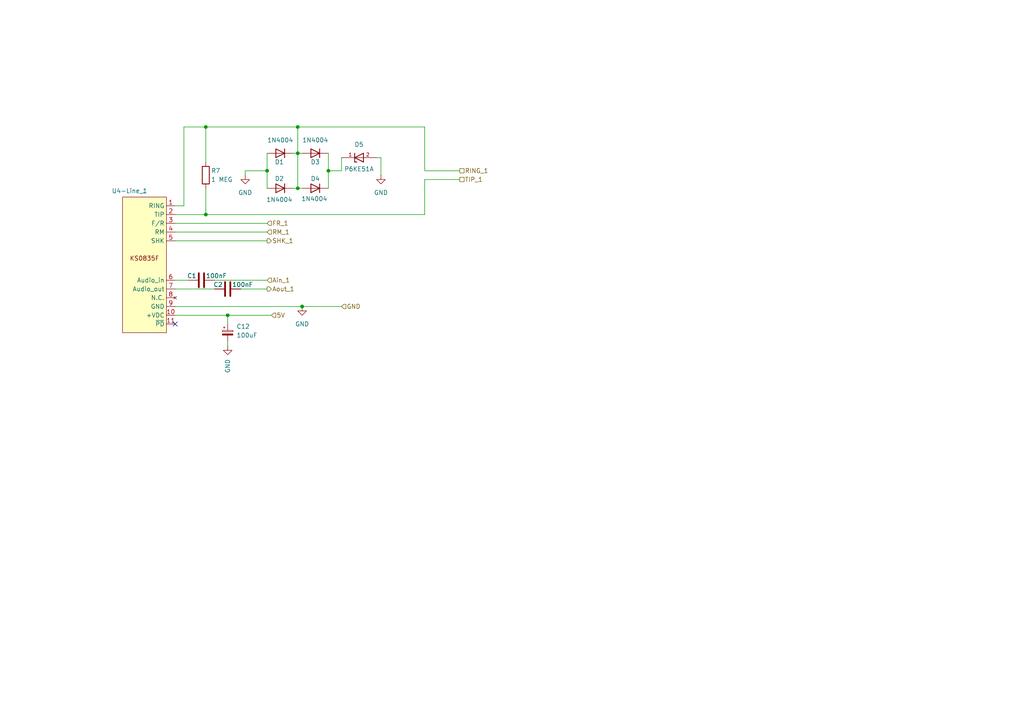
<source format=kicad_sch>
(kicad_sch (version 20231120) (generator "eeschema") (generator_version "8.0")
  (paper "A4")
  (lib_symbols
    (symbol "Device:C" (pin_numbers hide) (pin_names (offset 0.254))
      (property "Reference" "C" (at 0.635 2.54 0))
      (property "Value" "C" (at 0.635 -2.54 0))
      (symbol "C_0_1"
        (polyline (pts (xy -2.032 -0.762) (xy 2.032 -0.762)) (stroke (width 0.508)))
        (polyline (pts (xy -2.032 0.762) (xy 2.032 0.762)) (stroke (width 0.508)))
      )
      (symbol "C_1_1"
        (pin passive line (at 0 3.81 270) (length 2.794) (name "~") (number "1"))
        (pin passive line (at 0 -3.81 90) (length 2.794) (name "~") (number "2"))
      )
    )
    (symbol "Device:C_Polarized_Small" (pin_numbers hide) (pin_names (offset 0.254) hide)
      (property "Reference" "C" (at 0.254 1.778 0))
      (property "Value" "C_Polarized_Small" (at 0.254 -2.032 0))
      (symbol "C_Polarized_Small_0_1"
        (rectangle (start -1.524 -0.3048) (end 1.524 -0.6858) (fill (type outline)))
        (rectangle (start -1.524 0.6858) (end 1.524 0.3048))
        (polyline (pts (xy -1.27 1.524) (xy -0.762 1.524)))
        (polyline (pts (xy -1.016 1.27) (xy -1.016 1.778)))
      )
      (symbol "C_Polarized_Small_1_1"
        (pin passive line (at 0 2.54 270) (length 1.8542) (name "~") (number "1"))
        (pin passive line (at 0 -2.54 90) (length 1.8542) (name "~") (number "2"))
      )
    )
    (symbol "Device:R" (pin_numbers hide) (pin_names (offset 0))
      (property "Reference" "R" (at 2.032 0 90))
      (property "Value" "R" (at 0 0 90))
      (symbol "R_0_1"
        (rectangle (start -1.016 -2.54) (end 1.016 2.54) (stroke (width 0.254)))
      )
      (symbol "R_1_1"
        (pin passive line (at 0 3.81 270) (length 1.27) (name "~") (number "1"))
        (pin passive line (at 0 -3.81 90) (length 1.27) (name "~") (number "2"))
      )
    )
    (symbol "Diode:1N4004" (pin_numbers hide) (pin_names hide)
      (property "Reference" "D" (at 0 2.54 0))
      (property "Value" "1N4004" (at 0 -2.54 0))
      (symbol "1N4004_0_1"
        (polyline (pts (xy -1.27 1.27) (xy -1.27 -1.27)) (stroke (width 0.254)))
        (polyline (pts (xy 1.27 0) (xy -1.27 0)))
        (polyline (pts (xy 1.27 1.27) (xy 1.27 -1.27) (xy -1.27 0) (xy 1.27 1.27)) (stroke (width 0.254)))
      )
      (symbol "1N4004_1_1"
        (pin passive line (at -3.81 0 0) (length 2.54) (name "K") (number "1"))
        (pin passive line (at 3.81 0 180) (length 2.54) (name "A") (number "2"))
      )
    )
    (symbol "JW_library_sym:KS0835F"
      (property "Reference" "U" (at 10.16 11.43 0))
      (symbol "KS0835F_1_1"
        (rectangle (start -1.27 10.16) (end 11.43 -29.21) (fill (type background)))
        (text "KS0835F" (at 5.08 -7.62 0) (effects (font (size 1.27 1.27))))
        (pin passive line (at 13.97 7.62 180) (length 2.54) (name "RING") (number "1"))
        (pin power_in line (at 13.97 -24.13 180) (length 2.54) (name "+VDC") (number "10"))
        (pin input line (at 13.97 -26.67 180) (length 2.54) (name "~{PD}") (number "11"))
        (pin passive line (at 13.97 5.08 180) (length 2.54) (name "TIP") (number "2"))
        (pin input line (at 13.97 2.54 180) (length 2.54) (name "F/R") (number "3"))
        (pin input line (at 13.97 0 180) (length 2.54) (name "RM") (number "4"))
        (pin output line (at 13.97 -2.54 180) (length 2.54) (name "SHK") (number "5"))
        (pin input line (at 13.97 -13.97 180) (length 2.54) (name "Audio_in") (number "6"))
        (pin output line (at 13.97 -16.51 180) (length 2.54) (name "Audio_out") (number "7"))
        (pin no_connect line (at 13.97 -19.05 180) (length 2.54) (name "N.C.") (number "8"))
        (pin power_in line (at 13.97 -21.59 180) (length 2.54) (name "GND") (number "9"))
      )
    )
    (symbol "JW_library_sym:P6KE51A" (pin_names (offset 1.016))
      (property "Reference" "D" (at -5.0835 2.4159 0))
      (property "Value" "P6KE51A" (at -5.0854 -4.9611 0))
      (symbol "P6KE51A_0_0"
        (polyline (pts (xy -1.27 -1.27) (xy -1.27 0)) (stroke (width 0.254)))
        (polyline (pts (xy -1.27 0) (xy -1.27 1.27)) (stroke (width 0.254)))
        (polyline (pts (xy -1.27 0) (xy 1.27 -1.27)) (stroke (width 0.254)))
        (polyline (pts (xy -0.635 -1.27) (xy -1.27 -1.27)) (stroke (width 0.254)))
        (polyline (pts (xy 1.27 -1.27) (xy 1.27 1.27)) (stroke (width 0.254)))
        (polyline (pts (xy 1.27 1.27) (xy -1.27 0)) (stroke (width 0.254)))
      )
      (symbol "P6KE51A_1_0"
        (pin passive line (at -5.08 0 0) (length 5.08) (name "~") (number "1"))
        (pin passive line (at 5.08 0 180) (length 5.08) (name "~") (number "2"))
      )
    )
    (symbol "power:GND" (power) (pin_numbers hide) (pin_names (offset 0) hide)
      (property "Value" "GND" (at 0 -3.81 0))
      (symbol "GND_0_1"
        (polyline (pts (xy 0 0) (xy 0 -1.27) (xy 1.27 -1.27) (xy 0 -2.54) (xy -1.27 -1.27) (xy 0 -1.27)))
      )
      (symbol "GND_1_1"
        (pin power_in line (at 0 0 270) (length 0) (name "~") (number "1"))
      )
    )
  )
  (junction (at 86.36 44.45))
  (junction (at 59.69 36.83))
  (junction (at 95.25 49.53))
  (junction (at 86.36 54.61))
  (junction (at 86.36 36.83))
  (junction (at 87.63 88.9))
  (junction (at 77.47 49.53))
  (junction (at 59.69 62.23))
  (junction (at 66.04 91.44))
  (no_connect (at 50.8 93.98))
  (wire (pts (xy 62.23 81.28) (xy 77.47 81.28)))
  (wire (pts (xy 99.06 49.53) (xy 95.25 49.53)))
  (wire (pts (xy 59.69 36.83) (xy 86.36 36.83)))
  (wire (pts (xy 86.36 54.61) (xy 87.63 54.61)))
  (wire (pts (xy 50.8 62.23) (xy 59.69 62.23)))
  (wire (pts (xy 59.69 36.83) (xy 59.69 46.99)))
  (wire (pts (xy 110.49 50.8) (xy 110.49 45.72)))
  (wire (pts (xy 77.47 49.53) (xy 71.12 49.53)))
  (wire (pts (xy 86.36 44.45) (xy 87.63 44.45)))
  (wire (pts (xy 50.8 59.69) (xy 53.34 59.69)))
  (wire (pts (xy 66.04 93.98) (xy 66.04 91.44)))
  (wire (pts (xy 86.36 36.83) (xy 86.36 44.45)))
  (wire (pts (xy 77.47 49.53) (xy 77.47 54.61)))
  (wire (pts (xy 50.8 83.82) (xy 62.23 83.82)))
  (wire (pts (xy 66.04 91.44) (xy 78.74 91.44)))
  (wire (pts (xy 86.36 44.45) (xy 86.36 54.61)))
  (wire (pts (xy 50.8 67.31) (xy 77.47 67.31)))
  (wire (pts (xy 50.8 88.9) (xy 87.63 88.9)))
  (wire (pts (xy 95.25 49.53) (xy 95.25 54.61)))
  (wire (pts (xy 123.19 52.07) (xy 133.35 52.07)))
  (wire (pts (xy 77.47 44.45) (xy 77.47 49.53)))
  (wire (pts (xy 59.69 62.23) (xy 123.19 62.23)))
  (wire (pts (xy 85.09 54.61) (xy 86.36 54.61)))
  (wire (pts (xy 110.49 45.72) (xy 109.22 45.72)))
  (wire (pts (xy 85.09 44.45) (xy 86.36 44.45)))
  (wire (pts (xy 53.34 59.69) (xy 53.34 36.83)))
  (wire (pts (xy 50.8 64.77) (xy 77.47 64.77)))
  (wire (pts (xy 50.8 91.44) (xy 66.04 91.44)))
  (wire (pts (xy 95.25 44.45) (xy 95.25 49.53)))
  (wire (pts (xy 59.69 54.61) (xy 59.69 62.23)))
  (wire (pts (xy 71.12 49.53) (xy 71.12 50.8)))
  (wire (pts (xy 123.19 62.23) (xy 123.19 52.07)))
  (wire (pts (xy 53.34 36.83) (xy 59.69 36.83)))
  (wire (pts (xy 50.8 81.28) (xy 54.61 81.28)))
  (wire (pts (xy 69.85 83.82) (xy 77.47 83.82)))
  (wire (pts (xy 87.63 88.9) (xy 99.06 88.9)))
  (wire (pts (xy 50.8 69.85) (xy 77.47 69.85)))
  (wire (pts (xy 86.36 36.83) (xy 123.19 36.83)))
  (wire (pts (xy 123.19 49.53) (xy 133.35 49.53)))
  (wire (pts (xy 123.19 36.83) (xy 123.19 49.53)))
  (wire (pts (xy 99.06 45.72) (xy 99.06 49.53)))
  (wire (pts (xy 66.04 99.06) (xy 66.04 100.33)))
  (hierarchical_label "RING_1" (shape passive) (at 133.35 49.53 0))
  (hierarchical_label "SHK_1" (shape output) (at 77.47 69.85 0))
  (hierarchical_label "FR_1" (shape input) (at 77.47 64.77 0))
  (hierarchical_label "RM_1" (shape input) (at 77.47 67.31 0))
  (hierarchical_label "5V" (shape input) (at 78.74 91.44 0))
  (hierarchical_label "Aout_1" (shape output) (at 77.47 83.82 0))
  (hierarchical_label "TIP_1" (shape passive) (at 133.35 52.07 0))
  (hierarchical_label "Ain_1" (shape input) (at 77.47 81.28 0))
  (hierarchical_label "GND" (shape input) (at 99.06 88.9 0))
  (symbol (lib_id "Device:R") (at 59.69 50.8 0) (unit 1)
    (property "Reference" "R7" (at 61.214 49.53 0) (effects (justify left)))
    (property "Value" "1 MEG" (at 61.214 52.07 0) (effects (justify left)))
    (property "Footprint" "Resistor_THT:R_Axial_DIN0207_L6.3mm_D2.5mm_P7.62mm_Horizontal" (effects (hide yes)))
    (property "Description" "Resistor" (effects (hide yes)))
  )
  (symbol (lib_id "JW_library_sym:KS0835F") (at 36.83 67.31 0) (unit 1)
    (property "Reference" "U4-Line_1" (at 37.592 55.372 0))
    (property "Value" "~" (at 41.91 55.88 0))
    (property "Footprint" "JW_footprint_library:KS0835F" (effects (hide yes)))
  )
  (symbol (lib_id "Diode:1N4004") (at 91.44 54.61 180) (unit 1)
    (property "Reference" "D4" (at 91.44 51.816 0))
    (property "Value" "1N4004" (at 91.186 57.658 0))
    (property "Footprint" "Diode_THT:D_DO-41_SOD81_P10.16mm_Horizontal" (effects (hide yes)))
    (property "Description" "400V 1A General Purpose Rectifier Diode, DO-41" (effects (hide yes)))
    (property "Sim.Device" "D" (effects (hide yes)))
    (property "Sim.Pins" "1=K 2=A" (effects (hide yes)))
  )
  (symbol (lib_id "Diode:1N4004") (at 81.28 54.61 180) (unit 1)
    (property "Reference" "D2" (at 81.026 51.816 0))
    (property "Value" "1N4004" (at 81.026 57.912 0))
    (property "Footprint" "Diode_THT:D_DO-41_SOD81_P10.16mm_Horizontal" (effects (hide yes)))
    (property "Description" "400V 1A General Purpose Rectifier Diode, DO-41" (effects (hide yes)))
    (property "Sim.Device" "D" (effects (hide yes)))
    (property "Sim.Pins" "1=K 2=A" (effects (hide yes)))
  )
  (symbol (lib_id "Device:C") (at 58.42 81.28 90) (unit 1)
    (property "Reference" "C1" (at 55.626 80.01 90))
    (property "Value" "100nF" (at 62.738 80.01 90))
    (property "Footprint" "Capacitor_THT:C_Disc_D4.3mm_W1.9mm_P5.00mm" (effects (hide yes)))
    (property "Description" "Unpolarized capacitor" (effects (hide yes)))
  )
  (symbol (lib_id "Device:C") (at 66.04 83.82 90) (unit 1)
    (property "Reference" "C2" (at 63.246 82.55 90))
    (property "Value" "100nF" (at 70.358 82.55 90))
    (property "Footprint" "Capacitor_THT:C_Disc_D4.3mm_W1.9mm_P5.00mm" (effects (hide yes)))
    (property "Description" "Unpolarized capacitor" (effects (hide yes)))
  )
  (symbol (lib_id "Device:C_Polarized_Small") (at 66.04 96.52 0) (unit 1)
    (property "Reference" "C12" (at 68.58 94.7038 0) (effects (justify left)))
    (property "Value" "100uF" (at 68.58 97.2438 0) (effects (justify left)))
    (property "Footprint" "Capacitor_THT:CP_Radial_D5.0mm_P2.00mm" (effects (hide yes)))
    (property "Description" "Polarized capacitor, small symbol" (effects (hide yes)))
  )
  (symbol (lib_id "power:GND") (at 110.49 50.8 0) (unit 1)
    (property "Reference" "#PWR017" (effects (hide yes)))
    (property "Value" "GND" (at 110.49 55.88 0))
    (property "Description" "Power symbol creates a global label with name \"GND\" , ground" (effects (hide yes)))
  )
  (symbol (lib_id "Diode:1N4004") (at 91.44 44.45 180) (unit 1)
    (property "Reference" "D3" (at 91.44 46.99 0))
    (property "Value" "1N4004" (at 91.44 40.64 0))
    (property "Footprint" "Diode_THT:D_DO-41_SOD81_P10.16mm_Horizontal" (effects (hide yes)))
    (property "Description" "400V 1A General Purpose Rectifier Diode, DO-41" (effects (hide yes)))
    (property "Sim.Device" "D" (effects (hide yes)))
    (property "Sim.Pins" "1=K 2=A" (effects (hide yes)))
  )
  (symbol (lib_id "power:GND") (at 66.04 100.33 0) (unit 1)
    (property "Reference" "#PWR011" (effects (hide yes)))
    (property "Value" "GND" (at 66.0401 104.14 90) (effects (justify right)))
    (property "Description" "Power symbol creates a global label with name \"GND\" , ground" (effects (hide yes)))
  )
  (symbol (lib_id "Diode:1N4004") (at 81.28 44.45 180) (unit 1)
    (property "Reference" "D1" (at 81.026 46.99 0))
    (property "Value" "1N4004" (at 81.28 40.64 0))
    (property "Footprint" "Diode_THT:D_DO-41_SOD81_P10.16mm_Horizontal" (effects (hide yes)))
    (property "Description" "400V 1A General Purpose Rectifier Diode, DO-41" (effects (hide yes)))
    (property "Sim.Device" "D" (effects (hide yes)))
    (property "Sim.Pins" "1=K 2=A" (effects (hide yes)))
  )
  (symbol (lib_id "power:GND") (at 71.12 50.8 0) (unit 1)
    (property "Reference" "#PWR015" (effects (hide yes)))
    (property "Value" "GND" (at 71.12 55.88 0))
    (property "Description" "Power symbol creates a global label with name \"GND\" , ground" (effects (hide yes)))
  )
  (symbol (lib_id "power:GND") (at 87.63 88.9 0) (unit 1)
    (property "Reference" "#PWR016" (effects (hide yes)))
    (property "Value" "GND" (at 87.63 93.98 0))
    (property "Description" "Power symbol creates a global label with name \"GND\" , ground" (effects (hide yes)))
  )
  (symbol (lib_id "JW_library_sym:P6KE51A") (at 104.14 45.72 0) (unit 1)
    (property "Reference" "D5" (at 104.14 41.91 0))
    (property "Value" "P6KE51A" (at 104.14 49.022 0))
    (property "Footprint" "Diode_THT:D_DO-15_P12.70mm_Horizontal" (effects (hide yes)))
    (property "MF" "Taiwan Semiconductor Corporation" (effects (hide yes)))
    (property "MAXIMUM_PACKAGE_HEIGHT" "3.6 mm" (effects (hide yes)))
    (property "Package" "DO-15 Taiwan Semiconductor" (effects (hide yes)))
    (property "Price" "None" (effects (hide yes)))
    (property "Check_prices" "https://www.snapeda.com/parts/P6KE51A/Taiwan+Semiconductor/view-part/?ref=eda" (effects (hide yes)))
    (property "STANDARD" "IPC-7351B" (effects (hide yes)))
    (property "PARTREV" "K2105" (effects (hide yes)))
    (property "SnapEDA_Link" "https://www.snapeda.com/parts/P6KE51A/Taiwan+Semiconductor/view-part/?ref=snap" (effects (hide yes)))
    (property "MP" "P6KE51A" (effects (hide yes)))
    (property "Purchase-URL" "https://www.snapeda.com/api/url_track_click_mouser/?unipart_id=6301999&manufacturer=Taiwan Semiconductor Corporation&part_name=P6KE51A&search_term=p6ke51a" (effects (hide yes)))
    (property "Description_1" "\n600W, 51V, Unidirectional, TVS\n" (effects (hide yes)))
    (property "Availability" "In Stock" (effects (hide yes)))
    (property "MANUFACTURER" "Taiwan Semiconductor" (effects (hide yes)))
  )
)
</source>
